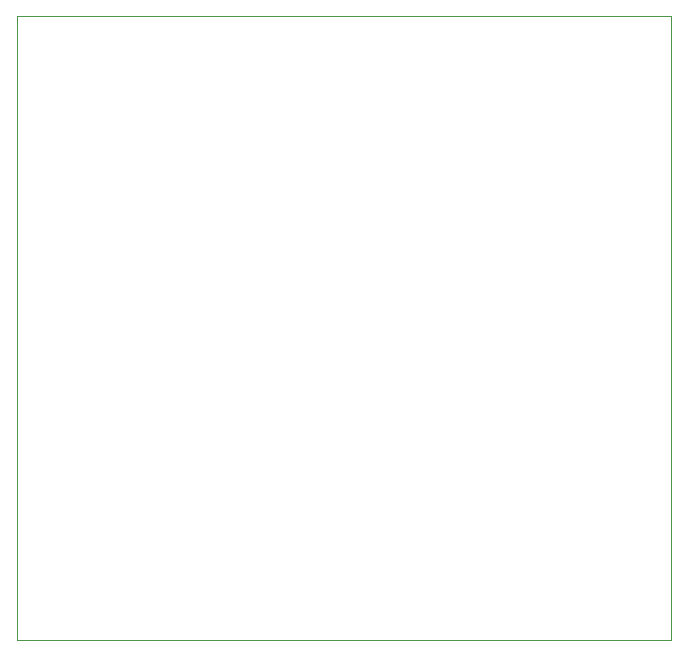
<source format=gbr>
%TF.GenerationSoftware,KiCad,Pcbnew,9.0.4*%
%TF.CreationDate,2025-09-23T13:55:46-04:00*%
%TF.ProjectId,Thermometer,54686572-6d6f-46d6-9574-65722e6b6963,rev?*%
%TF.SameCoordinates,Original*%
%TF.FileFunction,Profile,NP*%
%FSLAX46Y46*%
G04 Gerber Fmt 4.6, Leading zero omitted, Abs format (unit mm)*
G04 Created by KiCad (PCBNEW 9.0.4) date 2025-09-23 13:55:46*
%MOMM*%
%LPD*%
G01*
G04 APERTURE LIST*
%TA.AperFunction,Profile*%
%ADD10C,0.050000*%
%TD*%
G04 APERTURE END LIST*
D10*
X82550000Y-67056000D02*
X137922000Y-67056000D01*
X137922000Y-119888000D01*
X82550000Y-119888000D01*
X82550000Y-67056000D01*
M02*

</source>
